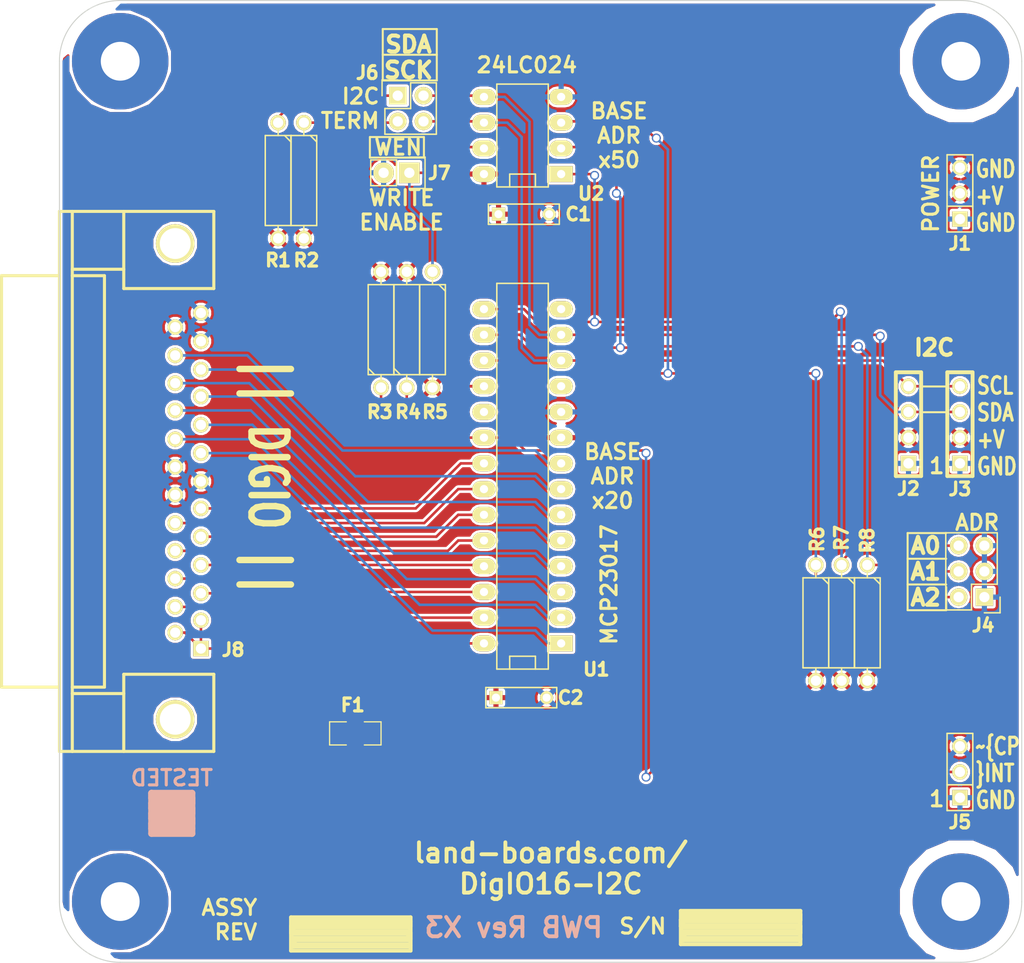
<source format=kicad_pcb>
(kicad_pcb (version 4) (host pcbnew "(after 2015-mar-04 BZR unknown)-product")
  (title_block (title "8-Channel Opto-Isolated Output I2C") (rev X1) (company land-boards.com))
  (layers (0 F.Cu signal) (31 B.Cu signal) (36 B.SilkS user) (37 F.SilkS user) (38 B.Mask user) (39 F.Mask user) (44 Edge.Cuts user))
  (net 0 "")
  (net 1 /A0)
  (net 2 /A1)
  (net 3 /A2)
  (net 4 /SCL)
  (net 5 /SDA)
  (net 6 /VCC)
  (net 7 GND)
  (net 8 /INT)
  (net 9 /RST)
  (net 10 /F5V)
  (net 11 "Net-(J6-Pad1)")
  (net 12 "Net-(J6-Pad3)")
  (net 13 "Net-(J7-Pad1)")
  (net 14 "Net-(J8-Pad3)")
  (net 15 "Net-(J8-Pad4)")
  (net 16 "Net-(J8-Pad5)")
  (net 17 "Net-(J8-Pad6)")
  (net 18 "Net-(J8-Pad8)")
  (net 19 "Net-(J8-Pad9)")
  (net 20 "Net-(J8-Pad10)")
  (net 21 "Net-(J8-Pad11)")
  (net 22 "Net-(J8-Pad15)")
  (net 23 "Net-(J8-Pad16)")
  (net 24 "Net-(J8-Pad17)")
  (net 25 "Net-(J8-Pad18)")
  (net 26 "Net-(J8-Pad21)")
  (net 27 "Net-(J8-Pad22)")
  (net 28 "Net-(J8-Pad23)")
  (net 29 "Net-(J8-Pad24)")
  (module REV_BLOCK (layer F.Cu) (at 157.691 156.44 180)
    (fp_text reference ST1 hide)
    (fp_text value CONN_1 hide)
  )
  (module MTG-6-32 (layer F.Cu) (at 96 71 180)
    (fp_text reference MTG4 hide)
    (fp_text value MTG_HOLE hide)
    (pad 1 thru_hole circle (at 0 0 180) (size 9.525 9.525) (drill 3.8354) (layers *.Cu *.Mask))
  )
  (module MTG-6-32 (layer F.Cu) (at 179 71 180)
    (fp_text reference MTG3 hide)
    (fp_text value MTG_HOLE hide)
    (pad 1 thru_hole circle (at 0 0 180) (size 9.525 9.525) (drill 3.8354) (layers *.Cu *.Mask) (clearance 1.27))
  )
  (module MTG-6-32 (layer F.Cu) (at 96 154 180)
    (fp_text reference MTG2 hide)
    (fp_text value MTG_HOLE hide)
    (pad 1 thru_hole circle (at 0 0 180) (size 9.525 9.525) (drill 3.8354) (layers *.Cu *.Mask))
  )
  (module MTG-6-32 (layer F.Cu) (at 179 154 180)
    (fp_text reference MTG1 hide)
    (fp_text value MTG_HOLE hide)
    (pad 1 thru_hole circle (at 0 0 180) (size 9.525 9.525) (drill 3.8354) (layers *.Cu *.Mask) (clearance 1.27))
  )
  (module FIDUCIAL (layer F.Cu) (at 103.335 68.81 180)
    (fp_text reference FID2 hide)
    (fp_text value ADAFRUIT_FIDUCIAL hide)
    (pad 1 smd circle (at 0 0 180) (size 1 1) (layers F.Cu F.Mask) (clearance 1))
  )
  (module FIDUCIAL (layer F.Cu) (at 170.01 156.44 180)
    (fp_text reference FID1 hide)
    (fp_text value ADAFRUIT_FIDUCIAL hide)
    (pad 1 smd circle (at -2.54 -1.27 180) (size 1 1) (layers F.Cu F.Mask) (clearance 1))
  )
  (module REV_BLOCK (layer F.Cu) (at 119.21 157.075 180)
    (fp_text reference ST2 hide)
    (fp_text value CONN_1 hide)
  )
  (module pin_array_4x1 (layer F.Cu) (at 178.9 110.72)
    (fp_text reference J3 (at 0 2.54) (layer F.SilkS) (effects (font (size 1.27 1.27) (thickness 0.3175))))
    (fp_text value CONN_4 hide)
    (pad 1 thru_hole rect (at 0 0) (size 1.524 1.524) (drill 1.016) (layers *.Cu *.Mask F.SilkS) (net 7 GND))
    (pad 2 thru_hole circle (at 0 -2.54) (size 1.524 1.524) (drill 1.016) (layers *.Cu *.Mask F.SilkS) (net 6 /VCC))
    (pad 3 thru_hole circle (at 0 -5.08) (size 1.524 1.524) (drill 1.016) (layers *.Cu *.Mask F.SilkS) (net 5 /SDA))
    (pad 4 thru_hole circle (at 0 -7.62) (size 1.524 1.524) (drill 1.016) (layers *.Cu *.Mask F.SilkS) (net 4 /SCL))
  )
  (module DB25FC (layer F.Cu) (at 102.7 112.5 90)
    (fp_text reference J8 (at -16.635 4.445 180) (layer F.SilkS) (effects (font (size 1.27 1.27) (thickness 0.3175))))
    (fp_text value DB25 hide)
    (pad "" thru_hole circle (at 23.495 -1.27 90) (size 3.81 3.81) (drill 3.048) (layers *.Cu *.Mask F.SilkS))
    (pad "" thru_hole circle (at -23.495 -1.27 90) (size 3.81 3.81) (drill 3.048) (layers *.Cu *.Mask F.SilkS))
    (pad 1 thru_hole rect (at -16.51 1.27 90) (size 1.524 1.524) (drill 1.016) (layers *.Cu *.Mask F.SilkS) (net 10 /F5V))
    (pad 2 thru_hole circle (at -13.716 1.27 90) (size 1.524 1.524) (drill 1.016) (layers *.Cu *.Mask F.SilkS) (net 10 /F5V))
    (pad 3 thru_hole circle (at -11.049 1.27 90) (size 1.524 1.524) (drill 1.016) (layers *.Cu *.Mask F.SilkS) (net 14 "Net-(J8-Pad3)"))
    (pad 4 thru_hole circle (at -8.255 1.27 90) (size 1.524 1.524) (drill 1.016) (layers *.Cu *.Mask F.SilkS) (net 15 "Net-(J8-Pad4)"))
    (pad 5 thru_hole circle (at -5.461 1.27 90) (size 1.524 1.524) (drill 1.016) (layers *.Cu *.Mask F.SilkS) (net 16 "Net-(J8-Pad5)"))
    (pad 6 thru_hole circle (at -2.667 1.27 90) (size 1.524 1.524) (drill 1.016) (layers *.Cu *.Mask F.SilkS) (net 17 "Net-(J8-Pad6)"))
    (pad 7 thru_hole circle (at 0 1.27 90) (size 1.524 1.524) (drill 1.016) (layers *.Cu *.Mask F.SilkS) (net 7 GND))
    (pad 8 thru_hole circle (at 2.794 1.27 90) (size 1.524 1.524) (drill 1.016) (layers *.Cu *.Mask F.SilkS) (net 18 "Net-(J8-Pad8)"))
    (pad 9 thru_hole circle (at 5.588 1.27 90) (size 1.524 1.524) (drill 1.016) (layers *.Cu *.Mask F.SilkS) (net 19 "Net-(J8-Pad9)"))
    (pad 10 thru_hole circle (at 8.382 1.27 90) (size 1.524 1.524) (drill 1.016) (layers *.Cu *.Mask F.SilkS) (net 20 "Net-(J8-Pad10)"))
    (pad 11 thru_hole circle (at 11.049 1.27 90) (size 1.524 1.524) (drill 1.016) (layers *.Cu *.Mask F.SilkS) (net 21 "Net-(J8-Pad11)"))
    (pad 12 thru_hole circle (at 13.843 1.27 90) (size 1.524 1.524) (drill 1.016) (layers *.Cu *.Mask F.SilkS) (net 7 GND))
    (pad 13 thru_hole circle (at 16.637 1.27 90) (size 1.524 1.524) (drill 1.016) (layers *.Cu *.Mask F.SilkS) (net 7 GND))
    (pad 14 thru_hole circle (at -14.9352 -1.27 90) (size 1.524 1.524) (drill 1.016) (layers *.Cu *.Mask F.SilkS) (net 10 /F5V))
    (pad 15 thru_hole circle (at -12.3952 -1.27 90) (size 1.524 1.524) (drill 1.016) (layers *.Cu *.Mask F.SilkS) (net 22 "Net-(J8-Pad15)"))
    (pad 16 thru_hole circle (at -9.6012 -1.27 90) (size 1.524 1.524) (drill 1.016) (layers *.Cu *.Mask F.SilkS) (net 23 "Net-(J8-Pad16)"))
    (pad 17 thru_hole circle (at -6.858 -1.27 90) (size 1.524 1.524) (drill 1.016) (layers *.Cu *.Mask F.SilkS) (net 24 "Net-(J8-Pad17)"))
    (pad 18 thru_hole circle (at -4.1148 -1.27 90) (size 1.524 1.524) (drill 1.016) (layers *.Cu *.Mask F.SilkS) (net 25 "Net-(J8-Pad18)"))
    (pad 19 thru_hole circle (at -1.3208 -1.27 90) (size 1.524 1.524) (drill 1.016) (layers *.Cu *.Mask F.SilkS) (net 7 GND))
    (pad 20 thru_hole circle (at 1.4224 -1.27 90) (size 1.524 1.524) (drill 1.016) (layers *.Cu *.Mask F.SilkS) (net 7 GND))
    (pad 21 thru_hole circle (at 4.1656 -1.27 90) (size 1.524 1.524) (drill 1.016) (layers *.Cu *.Mask F.SilkS) (net 26 "Net-(J8-Pad21)"))
    (pad 22 thru_hole circle (at 7.0104 -1.27 90) (size 1.524 1.524) (drill 1.016) (layers *.Cu *.Mask F.SilkS) (net 27 "Net-(J8-Pad22)"))
    (pad 23 thru_hole circle (at 9.7028 -1.27 90) (size 1.524 1.524) (drill 1.016) (layers *.Cu *.Mask F.SilkS) (net 28 "Net-(J8-Pad23)"))
    (pad 24 thru_hole circle (at 12.446 -1.27 90) (size 1.524 1.524) (drill 1.016) (layers *.Cu *.Mask F.SilkS) (net 29 "Net-(J8-Pad24)"))
    (pad 25 thru_hole circle (at 15.24 -1.27 90) (size 1.524 1.524) (drill 1.016) (layers *.Cu *.Mask F.SilkS) (net 7 GND))
  )
  (module pin_array_4x1 (layer F.Cu) (at 173.82 110.72)
    (fp_text reference J2 (at 0 2.49936) (layer F.SilkS) (effects (font (size 1.27 1.27) (thickness 0.3175))))
    (fp_text value CONN_4 hide)
    (pad 1 thru_hole rect (at 0 0) (size 1.524 1.524) (drill 1.016) (layers *.Cu *.Mask F.SilkS) (net 7 GND))
    (pad 2 thru_hole circle (at 0 -2.54) (size 1.524 1.524) (drill 1.016) (layers *.Cu *.Mask F.SilkS) (net 6 /VCC))
    (pad 3 thru_hole circle (at 0 -5.08) (size 1.524 1.524) (drill 1.016) (layers *.Cu *.Mask F.SilkS) (net 5 /SDA))
    (pad 4 thru_hole circle (at 0 -7.62) (size 1.524 1.524) (drill 1.016) (layers *.Cu *.Mask F.SilkS) (net 4 /SCL))
  )
  (module PIN_ARRAY_3X1 (layer F.Cu) (at 178.9 84.05 90)
    (fp_text reference J1 (at -4.953 0 180) (layer F.SilkS) (effects (font (size 1.27 1.27) (thickness 0.3175))))
    (fp_text value CONN_3 hide)
    (pad 1 thru_hole rect (at -2.54 0 90) (size 1.524 1.524) (drill 1.016) (layers *.Cu *.Mask F.SilkS) (net 7 GND))
    (pad 2 thru_hole circle (at 0 0 90) (size 1.524 1.524) (drill 1.016) (layers *.Cu *.Mask F.SilkS) (net 6 /VCC))
    (pad 3 thru_hole circle (at 2.54 0 90) (size 1.524 1.524) (drill 1.016) (layers *.Cu *.Mask F.SilkS) (net 7 GND))
  )
  (module PIN_ARRAY_3X1 (layer F.Cu) (at 178.9 141.2 90)
    (fp_text reference J5 (at -4.953 0 180) (layer F.SilkS) (effects (font (size 1.27 1.27) (thickness 0.3175))))
    (fp_text value CONN_3 hide)
    (pad 1 thru_hole rect (at -2.54 0 90) (size 1.524 1.524) (drill 1.016) (layers *.Cu *.Mask F.SilkS) (net 7 GND))
    (pad 2 thru_hole circle (at 0 0 90) (size 1.524 1.524) (drill 1.016) (layers *.Cu *.Mask F.SilkS) (net 8 /INT))
    (pad 3 thru_hole circle (at 2.54 0 90) (size 1.524 1.524) (drill 1.016) (layers *.Cu *.Mask F.SilkS) (net 7 GND))
  )
  (module SM1206 (layer F.Cu) (at 119.21 137.39 180)
    (fp_text reference F1 (at 0.254 2.794 180) (layer F.SilkS) (effects (font (size 1.27 1.27) (thickness 0.3175))))
    (fp_text value FUSE hide)
    (pad 1 smd rect (at -1.651 0 180) (size 1.524 2.032) (layers F.Cu F.Mask) (net 6 /VCC))
    (pad 2 smd rect (at 1.651 0 180) (size 1.524 2.032) (layers F.Cu F.Mask) (net 10 /F5V))
  )
  (module R4-5 (layer F.Cu) (at 111.59 82.78 270)
    (fp_text reference R1 (at 7.874 0 360) (layer F.SilkS) (effects (font (size 1.27 1.27) (thickness 0.3175))))
    (fp_text value 2.2K hide)
    (pad 1 thru_hole circle (at -5.715 0 270) (size 1.524 1.524) (drill 1.016) (layers *.Cu *.Mask F.SilkS) (net 11 "Net-(J6-Pad1)"))
    (pad 2 thru_hole circle (at 5.715 0 270) (size 1.524 1.524) (drill 1.016) (layers *.Cu *.Mask F.SilkS) (net 6 /VCC))
  )
  (module R4-5 (layer F.Cu) (at 114.13 82.78 270)
    (fp_text reference R2 (at 7.874 -0.254 360) (layer F.SilkS) (effects (font (size 1.27 1.27) (thickness 0.3175))))
    (fp_text value 2.2K hide)
    (pad 1 thru_hole circle (at -5.715 0 270) (size 1.524 1.524) (drill 1.016) (layers *.Cu *.Mask F.SilkS) (net 12 "Net-(J6-Pad3)"))
    (pad 2 thru_hole circle (at 5.715 0 270) (size 1.524 1.524) (drill 1.016) (layers *.Cu *.Mask F.SilkS) (net 6 /VCC))
  )
  (module Pin_Headers:Pin_Header_Straight_2x02 (layer F.Cu) (at 123.401 74.398)
    (fp_text reference J6 (at -3.005 -2.262) (layer F.SilkS) (effects (font (size 1.27 1.27) (thickness 0.3175))))
    (fp_text value CONN_02X02 hide)
    (pad 1 thru_hole rect (at 0 0) (size 1.7272 1.7272) (drill 1.016) (layers *.Cu *.Mask F.SilkS) (net 11 "Net-(J6-Pad1)"))
    (pad 2 thru_hole oval (at 2.54 0) (size 1.7272 1.7272) (drill 1.016) (layers *.Cu *.Mask F.SilkS) (net 5 /SDA))
    (pad 3 thru_hole oval (at 0 2.54) (size 1.7272 1.7272) (drill 1.016) (layers *.Cu *.Mask F.SilkS) (net 12 "Net-(J6-Pad3)"))
    (pad 4 thru_hole oval (at 2.54 2.54) (size 1.7272 1.7272) (drill 1.016) (layers *.Cu *.Mask F.SilkS) (net 4 /SCL))
  )
  (module Pin_Headers:Pin_Header_Straight_1x02 (layer F.Cu) (at 124.544 82.018 270)
    (fp_text reference J7 (at 0.024 -2.964 360) (layer F.SilkS) (effects (font (size 1.27 1.27) (thickness 0.3175))))
    (fp_text value CONN_01X02 hide)
    (pad 1 thru_hole rect (at 0 0 270) (size 2.032 2.032) (drill 1.016) (layers *.Cu *.Mask F.SilkS) (net 13 "Net-(J7-Pad1)"))
    (pad 2 thru_hole oval (at 0 2.54 270) (size 2.032 2.032) (drill 1.016) (layers *.Cu *.Mask F.SilkS) (net 7 GND))
  )
  (module R4-5 (layer F.Cu) (at 126.83 97.512 270)
    (fp_text reference R5 (at 8.128 -0.254 360) (layer F.SilkS) (effects (font (size 1.27 1.27) (thickness 0.3175))))
    (fp_text value 1K hide)
    (pad 1 thru_hole circle (at -5.715 0 270) (size 1.524 1.524) (drill 1.016) (layers *.Cu *.Mask F.SilkS) (net 13 "Net-(J7-Pad1)"))
    (pad 2 thru_hole circle (at 5.715 0 270) (size 1.524 1.524) (drill 1.016) (layers *.Cu *.Mask F.SilkS) (net 6 /VCC))
  )
  (module R4-5 (layer F.Cu) (at 124.29 97.512 90)
    (fp_text reference R4 (at -8.128 0.127 180) (layer F.SilkS) (effects (font (size 1.27 1.27) (thickness 0.3175))))
    (fp_text value 10K hide)
    (pad 1 thru_hole circle (at -5.715 0 90) (size 1.524 1.524) (drill 1.016) (layers *.Cu *.Mask F.SilkS) (net 9 /RST))
    (pad 2 thru_hole circle (at 5.715 0 90) (size 1.524 1.524) (drill 1.016) (layers *.Cu *.Mask F.SilkS) (net 6 /VCC))
  )
  (module R4-5 (layer F.Cu) (at 164.676 126.468 270)
    (fp_text reference R6 (at -8.255 -0.127 270) (layer F.SilkS) (effects (font (size 1.27 1.27) (thickness 0.3175))))
    (fp_text value 10K hide)
    (pad 1 thru_hole circle (at -5.715 0 270) (size 1.524 1.524) (drill 1.016) (layers *.Cu *.Mask F.SilkS) (net 3 /A2))
    (pad 2 thru_hole circle (at 5.715 0 270) (size 1.524 1.524) (drill 1.016) (layers *.Cu *.Mask F.SilkS) (net 6 /VCC))
  )
  (module R4-5 (layer F.Cu) (at 169.756 126.468 270)
    (fp_text reference R8 (at -8.128 0 270) (layer F.SilkS) (effects (font (size 1.27 1.27) (thickness 0.3175))))
    (fp_text value 10K hide)
    (pad 1 thru_hole circle (at -5.715 0 270) (size 1.524 1.524) (drill 1.016) (layers *.Cu *.Mask F.SilkS) (net 2 /A1))
    (pad 2 thru_hole circle (at 5.715 0 270) (size 1.524 1.524) (drill 1.016) (layers *.Cu *.Mask F.SilkS) (net 6 /VCC))
  )
  (module R4-5 (layer F.Cu) (at 167.216 126.468 270)
    (fp_text reference R7 (at -8.382 0 270) (layer F.SilkS) (effects (font (size 1.27 1.27) (thickness 0.3175))))
    (fp_text value 10K hide)
    (pad 1 thru_hole circle (at -5.715 0 270) (size 1.524 1.524) (drill 1.016) (layers *.Cu *.Mask F.SilkS) (net 1 /A0))
    (pad 2 thru_hole circle (at 5.715 0 270) (size 1.524 1.524) (drill 1.016) (layers *.Cu *.Mask F.SilkS) (net 6 /VCC))
  )
  (module R4-5 (layer F.Cu) (at 121.75 97.512 90)
    (fp_text reference R3 (at -8.128 -0.127 180) (layer F.SilkS) (effects (font (size 1.27 1.27) (thickness 0.3175))))
    (fp_text value 10K hide)
    (pad 1 thru_hole circle (at -5.715 0 90) (size 1.524 1.524) (drill 1.016) (layers *.Cu *.Mask F.SilkS) (net 8 /INT))
    (pad 2 thru_hole circle (at 5.715 0 90) (size 1.524 1.524) (drill 1.016) (layers *.Cu *.Mask F.SilkS) (net 6 /VCC))
  )
  (module Pin_Headers:Pin_Header_Straight_2x03 (layer F.Cu) (at 181.313 123.928 180)
    (fp_text reference J4 (at 0.127 -2.794 180) (layer F.SilkS) (effects (font (size 1.27 1.27) (thickness 0.3175))))
    (fp_text value CONN_3X2 hide)
    (pad 1 thru_hole rect (at 0 0 180) (size 1.7272 1.7272) (drill 1.016) (layers *.Cu *.Mask F.SilkS) (net 7 GND))
    (pad 2 thru_hole oval (at 2.54 0 180) (size 1.7272 1.7272) (drill 1.016) (layers *.Cu *.Mask F.SilkS) (net 3 /A2))
    (pad 3 thru_hole oval (at 0 2.54 180) (size 1.7272 1.7272) (drill 1.016) (layers *.Cu *.Mask F.SilkS) (net 7 GND))
    (pad 4 thru_hole oval (at 2.54 2.54 180) (size 1.7272 1.7272) (drill 1.016) (layers *.Cu *.Mask F.SilkS) (net 2 /A1))
    (pad 5 thru_hole oval (at 0 5.08 180) (size 1.7272 1.7272) (drill 1.016) (layers *.Cu *.Mask F.SilkS) (net 7 GND))
    (pad 6 thru_hole oval (at 2.54 5.08 180) (size 1.7272 1.7272) (drill 1.016) (layers *.Cu *.Mask F.SilkS) (net 1 /A0))
  )
  (module Housings_DIP:DIP-28__300_ELL (layer F.Cu) (at 135.72 111.99 90)
    (fp_text reference U1 (at -19.074 7.282 180) (layer F.SilkS) (effects (font (size 1.27 1.27) (thickness 0.3175))))
    (fp_text value MCP23017P hide)
    (pad 2 thru_hole oval (at -13.97 3.81 90) (size 1.5748 2.286) (drill 0.8128) (layers *.Cu *.Mask F.SilkS) (net 26 "Net-(J8-Pad21)"))
    (pad 3 thru_hole oval (at -11.43 3.81 90) (size 1.5748 2.286) (drill 0.8128) (layers *.Cu *.Mask F.SilkS) (net 19 "Net-(J8-Pad9)"))
    (pad 4 thru_hole oval (at -8.89 3.81 90) (size 1.5748 2.286) (drill 0.8128) (layers *.Cu *.Mask F.SilkS) (net 27 "Net-(J8-Pad22)"))
    (pad 5 thru_hole oval (at -6.35 3.81 90) (size 1.5748 2.286) (drill 0.8128) (layers *.Cu *.Mask F.SilkS) (net 20 "Net-(J8-Pad10)"))
    (pad 6 thru_hole oval (at -3.81 3.81 90) (size 1.5748 2.286) (drill 0.8128) (layers *.Cu *.Mask F.SilkS) (net 28 "Net-(J8-Pad23)"))
    (pad 7 thru_hole oval (at -1.27 3.81 90) (size 1.5748 2.286) (drill 0.8128) (layers *.Cu *.Mask F.SilkS) (net 21 "Net-(J8-Pad11)"))
    (pad 8 thru_hole oval (at 1.27 3.81 90) (size 1.5748 2.286) (drill 0.8128) (layers *.Cu *.Mask F.SilkS) (net 29 "Net-(J8-Pad24)"))
    (pad 9 thru_hole oval (at 3.81 3.81 90) (size 1.5748 2.286) (drill 0.8128) (layers *.Cu *.Mask F.SilkS) (net 6 /VCC))
    (pad 10 thru_hole oval (at 6.35 3.81 90) (size 1.5748 2.286) (drill 0.8128) (layers *.Cu *.Mask F.SilkS) (net 7 GND))
    (pad 11 thru_hole oval (at 8.89 3.81 90) (size 1.5748 2.286) (drill 0.8128) (layers *.Cu *.Mask F.SilkS))
    (pad 12 thru_hole oval (at 11.43 3.81 90) (size 1.5748 2.286) (drill 0.8128) (layers *.Cu *.Mask F.SilkS) (net 4 /SCL))
    (pad 13 thru_hole oval (at 13.97 3.81 90) (size 1.5748 2.286) (drill 0.8128) (layers *.Cu *.Mask F.SilkS) (net 5 /SDA))
    (pad 14 thru_hole oval (at 16.51 3.81 90) (size 1.5748 2.286) (drill 0.8128) (layers *.Cu *.Mask F.SilkS))
    (pad 1 thru_hole rect (at -16.51 3.81 90) (size 1.5748 2.286) (drill 0.8128) (layers *.Cu *.Mask F.SilkS) (net 18 "Net-(J8-Pad8)"))
    (pad 15 thru_hole oval (at 16.51 -3.81 90) (size 1.5748 2.286) (drill 0.8128) (layers *.Cu *.Mask F.SilkS) (net 1 /A0))
    (pad 16 thru_hole oval (at 13.97 -3.81 90) (size 1.5748 2.286) (drill 0.8128) (layers *.Cu *.Mask F.SilkS) (net 2 /A1))
    (pad 17 thru_hole oval (at 11.43 -3.81 90) (size 1.5748 2.286) (drill 0.8128) (layers *.Cu *.Mask F.SilkS) (net 3 /A2))
    (pad 18 thru_hole oval (at 8.89 -3.81 90) (size 1.5748 2.286) (drill 0.8128) (layers *.Cu *.Mask F.SilkS) (net 9 /RST))
    (pad 19 thru_hole oval (at 6.35 -3.81 90) (size 1.5748 2.286) (drill 0.8128) (layers *.Cu *.Mask F.SilkS))
    (pad 20 thru_hole oval (at 3.81 -3.81 90) (size 1.5748 2.286) (drill 0.8128) (layers *.Cu *.Mask F.SilkS) (net 8 /INT))
    (pad 21 thru_hole oval (at 1.27 -3.81 90) (size 1.5748 2.286) (drill 0.8128) (layers *.Cu *.Mask F.SilkS) (net 17 "Net-(J8-Pad6)"))
    (pad 22 thru_hole oval (at -1.27 -3.81 90) (size 1.5748 2.286) (drill 0.8128) (layers *.Cu *.Mask F.SilkS) (net 25 "Net-(J8-Pad18)"))
    (pad 23 thru_hole oval (at -3.81 -3.81 90) (size 1.5748 2.286) (drill 0.8128) (layers *.Cu *.Mask F.SilkS) (net 16 "Net-(J8-Pad5)"))
    (pad 24 thru_hole oval (at -6.35 -3.81 90) (size 1.5748 2.286) (drill 0.8128) (layers *.Cu *.Mask F.SilkS) (net 24 "Net-(J8-Pad17)"))
    (pad 25 thru_hole oval (at -8.89 -3.81 90) (size 1.5748 2.286) (drill 0.8128) (layers *.Cu *.Mask F.SilkS) (net 15 "Net-(J8-Pad4)"))
    (pad 26 thru_hole oval (at -11.43 -3.81 90) (size 1.5748 2.286) (drill 0.8128) (layers *.Cu *.Mask F.SilkS) (net 23 "Net-(J8-Pad16)"))
    (pad 27 thru_hole oval (at -13.97 -3.81 90) (size 1.5748 2.286) (drill 0.8128) (layers *.Cu *.Mask F.SilkS) (net 14 "Net-(J8-Pad3)"))
    (pad 28 thru_hole oval (at -16.51 -3.81 90) (size 1.5748 2.286) (drill 0.8128) (layers *.Cu *.Mask F.SilkS) (net 22 "Net-(J8-Pad15)"))
  )
  (module Housings_DIP:DIP-8__300_ELL (layer F.Cu) (at 135.72 78.335 90)
    (fp_text reference U2 (at -5.739 6.774 180) (layer F.SilkS) (effects (font (size 1.27 1.27) (thickness 0.3175))))
    (fp_text value 24C01 hide)
    (pad 1 thru_hole rect (at -3.81 3.81 90) (size 1.5748 2.286) (drill 0.8128) (layers *.Cu *.Mask F.SilkS) (net 1 /A0))
    (pad 2 thru_hole oval (at -1.27 3.81 90) (size 1.5748 2.286) (drill 0.8128) (layers *.Cu *.Mask F.SilkS) (net 2 /A1))
    (pad 3 thru_hole oval (at 1.27 3.81 90) (size 1.5748 2.286) (drill 0.8128) (layers *.Cu *.Mask F.SilkS) (net 3 /A2))
    (pad 4 thru_hole oval (at 3.81 3.81 90) (size 1.5748 2.286) (drill 0.8128) (layers *.Cu *.Mask F.SilkS) (net 7 GND))
    (pad 5 thru_hole oval (at 3.81 -3.81 90) (size 1.5748 2.286) (drill 0.8128) (layers *.Cu *.Mask F.SilkS) (net 5 /SDA))
    (pad 6 thru_hole oval (at 1.27 -3.81 90) (size 1.5748 2.286) (drill 0.8128) (layers *.Cu *.Mask F.SilkS) (net 4 /SCL))
    (pad 7 thru_hole oval (at -1.27 -3.81 90) (size 1.5748 2.286) (drill 0.8128) (layers *.Cu *.Mask F.SilkS) (net 13 "Net-(J7-Pad1)"))
    (pad 8 thru_hole oval (at -3.81 -3.81 90) (size 1.5748 2.286) (drill 0.8128) (layers *.Cu *.Mask F.SilkS) (net 6 /VCC))
  )
  (module Capacitors_ThroughHole:C_Rect_L7_W2_P5 (layer F.Cu) (at 133.35 86.106)
    (fp_text reference C1 (at 7.874 0) (layer F.SilkS) (effects (font (size 1.27 1.27) (thickness 0.3175))))
    (fp_text value 0.1uF hide)
    (pad 1 thru_hole rect (at 0 0) (size 1.3 1.3) (drill 0.8) (layers *.Cu *.Mask F.SilkS) (net 6 /VCC))
    (pad 2 thru_hole circle (at 5 0) (size 1.3 1.3) (drill 0.8) (layers *.Cu *.Mask F.SilkS) (net 7 GND))
  )
  (module Capacitors_ThroughHole:C_Rect_L7_W2_P5 (layer F.Cu) (at 133.096 133.858)
    (fp_text reference C2 (at 7.366 0) (layer F.SilkS) (effects (font (size 1.27 1.27) (thickness 0.3175))))
    (fp_text value 0.1uF hide)
    (pad 1 thru_hole rect (at 0 0) (size 1.3 1.3) (drill 0.8) (layers *.Cu *.Mask F.SilkS) (net 6 /VCC))
    (pad 2 thru_hole circle (at 5 0) (size 1.3 1.3) (drill 0.8) (layers *.Cu *.Mask F.SilkS) (net 7 GND))
  )
  (module modules:TEST_BLK-REAR (layer F.Cu) (at 101.092 145.288)
    (fp_text reference TESTED (at 0 -3.5) (layer B.SilkS) (effects (font (thickness 0.3048)) (justify mirror)))
    (fp_text value VAL** hide)
  )
  (gr_line (start 125.984 80.518) (end 125.984 80.264) (angle 90) (layer F.SilkS) (width 0.2))
  (gr_line (start 120.65 80.518) (end 125.984 80.518) (angle 90) (layer F.SilkS) (width 0.2))
  (gr_line (start 120.65 78.486) (end 120.65 80.518) (angle 90) (layer F.SilkS) (width 0.2))
  (gr_line (start 125.984 78.486) (end 120.65 78.486) (angle 90) (layer F.SilkS) (width 0.2))
  (gr_line (start 125.984 78.74) (end 125.984 78.486) (angle 90) (layer F.SilkS) (width 0.2))
  (gr_line (start 125.984 80.264) (end 125.984 78.74) (angle 90) (layer F.SilkS) (width 0.2))
  (gr_text WEN (at 123.444 79.502) (layer F.SilkS) (effects (font (size 1.5 1.5) (thickness 0.3))))
  (gr_line (start 127.254 70.358) (end 121.92 70.358) (angle 90) (layer F.SilkS) (width 0.2))
  (gr_line (start 121.92 67.818) (end 121.92 72.898) (angle 90) (layer F.SilkS) (width 0.2))
  (gr_line (start 127.254 67.818) (end 121.92 67.818) (angle 90) (layer F.SilkS) (width 0.2))
  (gr_line (start 127.254 72.898) (end 127.254 67.818) (angle 90) (layer F.SilkS) (width 0.2))
  (gr_line (start 121.92 72.898) (end 127.254 72.898) (angle 90) (layer F.SilkS) (width 0.2))
  (gr_line (start 175.006 103.124) (end 177.546 103.124) (angle 90) (layer F.SilkS) (width 0.2))
  (gr_line (start 175.006 105.664) (end 177.546 105.664) (angle 90) (layer F.SilkS) (width 0.2))
  (gr_line (start 173.736 120.142) (end 177.546 120.142) (angle 90) (layer F.SilkS) (width 0.2))
  (gr_line (start 173.736 122.682) (end 177.546 122.682) (angle 90) (layer F.SilkS) (width 0.2))
  (gr_line (start 177.546 125.222) (end 177.546 122.936) (angle 90) (layer F.SilkS) (width 0.2))
  (gr_line (start 173.736 125.222) (end 177.546 125.222) (angle 90) (layer F.SilkS) (width 0.2))
  (gr_line (start 173.736 117.602) (end 173.736 125.222) (angle 90) (layer F.SilkS) (width 0.2))
  (gr_line (start 177.546 117.602) (end 173.736 117.602) (angle 90) (layer F.SilkS) (width 0.2))
  (gr_text POWER (at 176.022 84.074 90) (layer F.SilkS) (effects (font (size 1.5 1.5) (thickness 0.3))))
  (gr_text "WRITE\nENABLE" (at 123.782 85.701) (layer F.SilkS) (effects (font (size 1.5 1.5) (thickness 0.3))))
  (gr_text 24LC024 (at 136.144 71.374) (layer F.SilkS) (effects (font (size 1.5 1.5) (thickness 0.3))))
  (gr_text MCP23017 (at 144.272 122.682 90) (layer F.SilkS) (effects (font (size 1.5 1.5) (thickness 0.3))))
  (gr_text "SDA\nSCK" (at 124.46 70.612) (layer F.SilkS) (effects (font (size 1.5875 1.5875) (thickness 0.396875))))
  (gr_text "I2C\nTERM" (at 121.75 75.668) (layer F.SilkS) (effects (font (size 1.5 1.5) (thickness 0.3)) (justify right)))
  (gr_text "PWB Rev X3" (at 143.848 156.567) (layer B.SilkS) (effects (font (size 1.905 1.905) (thickness 0.381)) (justify left mirror)))
  (gr_text "BASE\nADR\nx20" (at 144.61 111.99) (layer F.SilkS) (effects (font (size 1.5 1.5) (thickness 0.3))))
  (gr_text ADR (at 178.265 116.562) (layer F.SilkS) (effects (font (size 1.5 1.5) (thickness 0.3)) (justify left)))
  (gr_text 1 (at 176.614 143.867) (layer F.SilkS) (effects (font (size 1.5 1.5) (thickness 0.3))))
  (gr_text 1 (at 176.614 110.974) (layer F.SilkS) (effects (font (size 1.5 1.5) (thickness 0.3))))
  (gr_text "GND\n+V\nGND" (at 180.297 84.304) (layer F.SilkS) (effects (font (size 1.651 1.27) (thickness 0.3)) (justify left)))
  (gr_text "~CP\n~INT\nGND" (at 180.297 141.327) (layer F.SilkS) (effects (font (size 1.651 1.27) (thickness 0.3)) (justify left)))
  (gr_line (start 90 154) (end 90 71) (angle 90) (layer Edge.Cuts) (width 0.1))
  (gr_line (start 179 160) (end 96 160) (angle 90) (layer Edge.Cuts) (width 0.1))
  (gr_line (start 185 71) (end 185 154) (angle 90) (layer Edge.Cuts) (width 0.1))
  (gr_line (start 96 65) (end 179 65) (angle 90) (layer Edge.Cuts) (width 0.1))
  (gr_arc (start 96 154) (end 96 160) (angle 90) (layer Edge.Cuts) (width 0.1))
  (gr_arc (start 179 154) (end 185 154) (angle 90) (layer Edge.Cuts) (width 0.1))
  (gr_arc (start 179 71) (end 179 65) (angle 90) (layer Edge.Cuts) (width 0.1))
  (gr_arc (start 96 71) (end 90 71) (angle 90) (layer Edge.Cuts) (width 0.1))
  (gr_text "BASE\nADR\nx50" (at 145.245 78.335) (layer F.SilkS) (effects (font (size 1.5 1.5) (thickness 0.3))))
  (gr_text "land-boards.com/\nDigIO16-I2C" (at 138.514 150.725) (layer F.SilkS) (effects (font (size 1.905 1.905) (thickness 0.381))))
  (gr_text S/N (at 150.071 156.44) (layer F.SilkS) (effects (font (size 1.5 1.5) (thickness 0.3)) (justify right)))
  (gr_text I2C (at 176.36 99.29) (layer F.SilkS) (effects (font (size 1.5875 1.5875) (thickness 0.396875))))
  (gr_text "SCL\nSDA\n+V\nGND" (at 180.424 107.037) (layer F.SilkS) (effects (font (size 1.651 1.27) (thickness 0.3)) (justify left)))
  (gr_text "A0\nA1\nA2" (at 175.514 121.412) (layer F.SilkS) (effects (font (size 1.5875 1.5875) (thickness 0.396875))))
  (gr_text "|| DIGIO ||" (at 110.574 124.309 270) (layer F.SilkS) (effects (font (size 3.556 2.54) (thickness 0.635)) (justify right)))
  (gr_text "ASSY\nREV" (at 109.685 155.805) (layer F.SilkS) (effects (font (size 1.5 1.5) (thickness 0.3)) (justify right)))
  (segment (start 139.53 82.145) (end 142.705 82.145) (width 0.254) (layer F.Cu) (net 1))
  (via (at 142.832 96.75) (size 0.889) (layers F.Cu B.Cu) (net 1))
  (segment (start 142.832 82.272) (end 142.832 96.75) (width 0.254) (layer B.Cu) (net 1))
  (via (at 142.832 82.272) (size 0.889) (layers F.Cu B.Cu) (net 1))
  (segment (start 142.705 82.145) (end 142.832 82.272) (width 0.254) (layer F.Cu) (net 1))
  (segment (start 131.91 95.48) (end 135.847 95.48) (width 0.254) (layer F.Cu) (net 1))
  (segment (start 135.847 95.48) (end 136.482 96.115) (width 0.254) (layer F.Cu) (net 1))
  (segment (start 137.117 96.75) (end 136.482 96.115) (width 0.254) (layer F.Cu) (net 1))
  (segment (start 136.482 96.115) (end 135.847 95.48) (width 0.254) (layer F.Cu) (net 1))
  (segment (start 141.689 96.75) (end 137.117 96.75) (width 0.254) (layer F.Cu) (net 1))
  (segment (start 167.216 120.753) (end 167.216 95.861) (width 0.254) (layer B.Cu) (net 1))
  (segment (start 167.216 95.861) (end 167.089 95.734) (width 0.254) (layer B.Cu) (net 1))
  (via (at 167.089 95.734) (size 0.889) (layers F.Cu B.Cu) (net 1))
  (segment (start 167.089 95.734) (end 166.073 96.75) (width 0.254) (layer F.Cu) (net 1))
  (segment (start 166.073 96.75) (end 142.832 96.75) (width 0.254) (layer F.Cu) (net 1))
  (segment (start 142.832 96.75) (end 141.689 96.75) (width 0.254) (layer F.Cu) (net 1))
  (segment (start 167.216 120.753) (end 167.216 120.372) (width 0.254) (layer F.Cu) (net 1))
  (segment (start 167.216 120.372) (end 168.74 118.848) (width 0.254) (layer F.Cu) (net 1))
  (segment (start 168.74 118.848) (end 178.773 118.848) (width 0.254) (layer F.Cu) (net 1))
  (segment (start 169.756 120.753) (end 173.947 120.753) (width 0.254) (layer F.Cu) (net 2))
  (segment (start 174.582 121.388) (end 178.773 121.388) (width 0.254) (layer F.Cu) (net 2))
  (segment (start 173.947 120.753) (end 174.582 121.388) (width 0.254) (layer F.Cu) (net 2))
  (segment (start 139.784 79.478) (end 142.832 79.478) (width 0.254) (layer F.Cu) (net 2))
  (via (at 145.372 99.29) (size 0.889) (layers F.Cu B.Cu) (net 2))
  (segment (start 145.372 84.431) (end 145.372 99.29) (width 0.254) (layer B.Cu) (net 2))
  (segment (start 144.991 84.05) (end 145.372 84.431) (width 0.254) (layer B.Cu) (net 2))
  (via (at 144.991 84.05) (size 0.889) (layers F.Cu B.Cu) (net 2))
  (segment (start 144.991 81.637) (end 144.991 84.05) (width 0.254) (layer F.Cu) (net 2))
  (segment (start 142.832 79.478) (end 144.991 81.637) (width 0.254) (layer F.Cu) (net 2))
  (segment (start 169.756 120.753) (end 169.756 100.052) (width 0.254) (layer B.Cu) (net 2))
  (segment (start 135.466 98.02) (end 131.91 98.02) (width 0.254) (layer F.Cu) (net 2))
  (segment (start 136.736 99.29) (end 135.466 98.02) (width 0.254) (layer F.Cu) (net 2))
  (segment (start 147.277 99.29) (end 145.372 99.29) (width 0.254) (layer F.Cu) (net 2))
  (segment (start 145.372 99.29) (end 136.736 99.29) (width 0.254) (layer F.Cu) (net 2))
  (segment (start 147.404 99.163) (end 147.277 99.29) (width 0.254) (layer F.Cu) (net 2))
  (segment (start 168.867 99.163) (end 147.404 99.163) (width 0.254) (layer F.Cu) (net 2))
  (via (at 168.867 99.163) (size 0.889) (layers F.Cu B.Cu) (net 2))
  (segment (start 169.756 100.052) (end 168.867 99.163) (width 0.254) (layer B.Cu) (net 2))
  (segment (start 139.784 76.938) (end 147.15 76.938) (width 0.254) (layer F.Cu) (net 3))
  (via (at 150.071 101.83) (size 0.889) (layers F.Cu B.Cu) (net 3))
  (segment (start 150.071 79.732) (end 150.071 101.83) (width 0.254) (layer B.Cu) (net 3))
  (segment (start 148.928 78.589) (end 150.071 79.732) (width 0.254) (layer B.Cu) (net 3))
  (via (at 148.928 78.589) (size 0.889) (layers F.Cu B.Cu) (net 3))
  (segment (start 148.801 78.589) (end 148.928 78.589) (width 0.254) (layer F.Cu) (net 3))
  (segment (start 147.15 76.938) (end 148.801 78.589) (width 0.254) (layer F.Cu) (net 3))
  (segment (start 131.91 100.56) (end 135.085 100.56) (width 0.254) (layer F.Cu) (net 3))
  (via (at 164.676 101.83) (size 0.889) (layers F.Cu B.Cu) (net 3))
  (segment (start 136.355 101.83) (end 150.071 101.83) (width 0.254) (layer F.Cu) (net 3))
  (segment (start 150.071 101.83) (end 164.676 101.83) (width 0.254) (layer F.Cu) (net 3))
  (segment (start 135.085 100.56) (end 136.355 101.83) (width 0.254) (layer F.Cu) (net 3))
  (segment (start 164.676 120.753) (end 164.676 101.83) (width 0.254) (layer B.Cu) (net 3))
  (segment (start 178.773 123.928) (end 165.565 123.928) (width 0.254) (layer F.Cu) (net 3))
  (segment (start 164.676 123.039) (end 164.676 120.753) (width 0.254) (layer F.Cu) (net 3))
  (segment (start 165.565 123.928) (end 164.676 123.039) (width 0.254) (layer F.Cu) (net 3))
  (segment (start 131.91 77.065) (end 134.215 77.065) (width 0.254) (layer B.Cu) (net 4))
  (segment (start 136.882 100.56) (end 139.53 100.56) (width 0.254) (layer B.Cu) (net 4))
  (segment (start 135.636 99.314) (end 136.882 100.56) (width 0.254) (layer B.Cu) (net 4))
  (segment (start 135.636 78.486) (end 135.636 99.314) (width 0.254) (layer B.Cu) (net 4))
  (segment (start 134.215 77.065) (end 135.636 78.486) (width 0.254) (layer B.Cu) (net 4))
  (segment (start 132.164 76.938) (end 125.941 76.938) (width 0.254) (layer F.Cu) (net 4))
  (segment (start 139.53 100.56) (end 171.28 100.56) (width 0.254) (layer F.Cu) (net 4))
  (segment (start 171.28 100.56) (end 173.82 103.1) (width 0.254) (layer F.Cu) (net 4))
  (segment (start 173.82 103.1) (end 178.9 103.1) (width 0.254) (layer F.Cu) (net 4))
  (segment (start 131.91 74.525) (end 133.961 74.525) (width 0.254) (layer B.Cu) (net 5))
  (segment (start 137.39 98.02) (end 139.53 98.02) (width 0.254) (layer B.Cu) (net 5))
  (segment (start 136.398 97.028) (end 137.39 98.02) (width 0.254) (layer B.Cu) (net 5))
  (segment (start 136.398 76.962) (end 136.398 97.028) (width 0.254) (layer B.Cu) (net 5))
  (segment (start 133.961 74.525) (end 136.398 76.962) (width 0.254) (layer B.Cu) (net 5))
  (segment (start 139.53 98.02) (end 138.768 98.02) (width 0.254) (layer B.Cu) (net 5))
  (segment (start 125.941 74.398) (end 132.164 74.398) (width 0.254) (layer F.Cu) (net 5))
  (segment (start 173.82 105.64) (end 172.677 105.64) (width 0.254) (layer B.Cu) (net 5))
  (segment (start 170.899 98.02) (end 139.53 98.02) (width 0.254) (layer F.Cu) (net 5))
  (segment (start 171.026 98.147) (end 170.899 98.02) (width 0.254) (layer F.Cu) (net 5))
  (via (at 171.026 98.147) (size 0.889) (layers F.Cu B.Cu) (net 5))
  (segment (start 171.026 103.989) (end 171.026 98.147) (width 0.254) (layer B.Cu) (net 5))
  (segment (start 172.677 105.64) (end 171.026 103.989) (width 0.254) (layer B.Cu) (net 5))
  (segment (start 173.82 105.64) (end 178.9 105.64) (width 0.254) (layer F.Cu) (net 5))
  (segment (start 178.9 110.72) (end 173.82 110.72) (width 0.254) (layer F.Cu) (net 7))
  (segment (start 103.97 98.657) (end 104.603 98.657) (width 0.254) (layer F.Cu) (net 7))
  (segment (start 121.75 103.227) (end 121.75 105.513) (width 0.254) (layer F.Cu) (net 8))
  (segment (start 124.417 108.18) (end 131.91 108.18) (width 0.254) (layer F.Cu) (net 8))
  (segment (start 121.75 105.513) (end 124.417 108.18) (width 0.254) (layer F.Cu) (net 8))
  (segment (start 178.9 141.2) (end 148.42 141.2) (width 0.254) (layer F.Cu) (net 8))
  (segment (start 134.704 108.18) (end 131.91 108.18) (width 0.254) (layer F.Cu) (net 8))
  (segment (start 135.974 109.45) (end 134.704 108.18) (width 0.254) (layer F.Cu) (net 8))
  (segment (start 147.658 109.45) (end 135.974 109.45) (width 0.254) (layer F.Cu) (net 8))
  (segment (start 147.912 109.704) (end 147.658 109.45) (width 0.254) (layer F.Cu) (net 8))
  (via (at 147.912 109.704) (size 0.889) (layers F.Cu B.Cu) (net 8))
  (segment (start 147.912 141.708) (end 147.912 109.704) (width 0.254) (layer B.Cu) (net 8))
  (via (at 147.912 141.708) (size 0.889) (layers F.Cu B.Cu) (net 8))
  (segment (start 148.42 141.2) (end 147.912 141.708) (width 0.254) (layer F.Cu) (net 8))
  (segment (start 124.29 103.227) (end 124.29 104.497) (width 0.254) (layer F.Cu) (net 9))
  (segment (start 125.179 105.386) (end 128.481 105.386) (width 0.254) (layer F.Cu) (net 9))
  (segment (start 124.29 104.497) (end 125.179 105.386) (width 0.254) (layer F.Cu) (net 9))
  (segment (start 129.37 103.862) (end 130.132 103.1) (width 0.254) (layer F.Cu) (net 9))
  (segment (start 129.37 104.497) (end 129.37 103.862) (width 0.254) (layer F.Cu) (net 9))
  (segment (start 128.481 105.386) (end 129.37 104.497) (width 0.254) (layer F.Cu) (net 9))
  (segment (start 130.132 103.1) (end 131.91 103.1) (width 0.254) (layer F.Cu) (net 9))
  (segment (start 131.91 103.1) (end 130.132 103.1) (width 0.254) (layer F.Cu) (net 9))
  (segment (start 103.97 126.216) (end 103.97 129.01) (width 0.254) (layer F.Cu) (net 10))
  (segment (start 101.43 127.4352) (end 102.3952 127.4352) (width 0.254) (layer F.Cu) (net 10))
  (segment (start 102.3952 127.4352) (end 103.97 129.01) (width 0.254) (layer F.Cu) (net 10))
  (segment (start 117.559 137.39) (end 114.13 137.39) (width 0.254) (layer F.Cu) (net 10))
  (segment (start 105.75 129.01) (end 103.97 129.01) (width 0.254) (layer F.Cu) (net 10))
  (segment (start 114.13 137.39) (end 105.75 129.01) (width 0.254) (layer F.Cu) (net 10))
  (segment (start 123.401 74.398) (end 113.749 74.398) (width 0.254) (layer F.Cu) (net 11))
  (segment (start 113.749 74.398) (end 111.59 76.557) (width 0.254) (layer F.Cu) (net 11))
  (segment (start 111.59 76.557) (end 111.59 77.065) (width 0.254) (layer F.Cu) (net 11))
  (segment (start 111.463 76.557) (end 111.463 77.065) (width 0.254) (layer F.Cu) (net 11))
  (segment (start 114.13 77.065) (end 123.274 77.065) (width 0.254) (layer F.Cu) (net 12))
  (segment (start 123.274 77.065) (end 123.401 76.938) (width 0.254) (layer F.Cu) (net 12))
  (segment (start 126.83 91.797) (end 126.83 87.733) (width 0.254) (layer B.Cu) (net 13))
  (segment (start 124.544 85.447) (end 124.544 82.018) (width 0.254) (layer B.Cu) (net 13))
  (segment (start 126.83 87.733) (end 124.544 85.447) (width 0.254) (layer B.Cu) (net 13))
  (segment (start 124.544 82.018) (end 126.449 82.018) (width 0.254) (layer F.Cu) (net 13))
  (segment (start 128.989 79.478) (end 132.164 79.478) (width 0.254) (layer F.Cu) (net 13))
  (segment (start 126.449 82.018) (end 128.989 79.478) (width 0.254) (layer F.Cu) (net 13))
  (segment (start 103.97 123.549) (end 109.179 123.549) (width 0.254) (layer F.Cu) (net 14))
  (segment (start 109.179 123.549) (end 111.59 125.96) (width 0.254) (layer F.Cu) (net 14))
  (segment (start 111.59 125.96) (end 131.91 125.96) (width 0.254) (layer F.Cu) (net 14))
  (segment (start 131.785 120.755) (end 131.91 120.88) (width 0.254) (layer F.Cu) (net 15))
  (segment (start 103.97 120.755) (end 131.785 120.755) (width 0.254) (layer F.Cu) (net 15))
  (segment (start 129.37 115.8) (end 131.91 115.8) (width 0.254) (layer F.Cu) (net 16))
  (segment (start 103.97 117.961) (end 127.209 117.961) (width 0.254) (layer F.Cu) (net 16))
  (segment (start 127.209 117.961) (end 129.37 115.8) (width 0.254) (layer F.Cu) (net 16))
  (segment (start 119.083 115.167) (end 125.177 115.167) (width 0.254) (layer F.Cu) (net 17))
  (segment (start 129.624 110.72) (end 131.91 110.72) (width 0.254) (layer F.Cu) (net 17))
  (segment (start 125.177 115.167) (end 129.624 110.72) (width 0.254) (layer F.Cu) (net 17))
  (segment (start 103.97 115.167) (end 119.083 115.167) (width 0.254) (layer F.Cu) (net 17))
  (segment (start 139.53 128.5) (end 138.26 128.5) (width 0.254) (layer B.Cu) (net 18))
  (segment (start 109.306 109.706) (end 103.97 109.706) (width 0.254) (layer B.Cu) (net 18))
  (segment (start 126.83 127.23) (end 109.306 109.706) (width 0.254) (layer B.Cu) (net 18))
  (segment (start 136.99 127.23) (end 126.83 127.23) (width 0.254) (layer B.Cu) (net 18))
  (segment (start 138.26 128.5) (end 136.99 127.23) (width 0.254) (layer B.Cu) (net 18))
  (segment (start 139.53 123.42) (end 138.26 123.42) (width 0.254) (layer B.Cu) (net 19))
  (segment (start 109.052 106.912) (end 103.97 106.912) (width 0.254) (layer B.Cu) (net 19))
  (segment (start 124.29 122.15) (end 109.052 106.912) (width 0.254) (layer B.Cu) (net 19))
  (segment (start 136.99 122.15) (end 124.29 122.15) (width 0.254) (layer B.Cu) (net 19))
  (segment (start 138.26 123.42) (end 136.99 122.15) (width 0.254) (layer B.Cu) (net 19))
  (segment (start 104.603 106.912) (end 103.97 106.912) (width 0.254) (layer F.Cu) (net 19))
  (segment (start 139.53 118.34) (end 138.26 118.34) (width 0.254) (layer B.Cu) (net 20))
  (segment (start 108.798 104.118) (end 103.97 104.118) (width 0.254) (layer B.Cu) (net 20))
  (segment (start 121.75 117.07) (end 108.798 104.118) (width 0.254) (layer B.Cu) (net 20))
  (segment (start 136.99 117.07) (end 121.75 117.07) (width 0.254) (layer B.Cu) (net 20))
  (segment (start 138.26 118.34) (end 136.99 117.07) (width 0.254) (layer B.Cu) (net 20))
  (segment (start 139.53 113.26) (end 138.26 113.26) (width 0.254) (layer B.Cu) (net 21))
  (segment (start 108.671 101.451) (end 103.97 101.451) (width 0.254) (layer B.Cu) (net 21))
  (segment (start 119.21 111.99) (end 108.671 101.451) (width 0.254) (layer B.Cu) (net 21))
  (segment (start 136.99 111.99) (end 119.21 111.99) (width 0.254) (layer B.Cu) (net 21))
  (segment (start 138.26 113.26) (end 136.99 111.99) (width 0.254) (layer B.Cu) (net 21))
  (segment (start 101.43 124.8952) (end 107.9852 124.8952) (width 0.254) (layer F.Cu) (net 22))
  (segment (start 107.9852 124.8952) (end 111.59 128.5) (width 0.254) (layer F.Cu) (net 22))
  (segment (start 111.59 128.5) (end 131.91 128.5) (width 0.254) (layer F.Cu) (net 22))
  (segment (start 101.43 122.1012) (end 110.2712 122.1012) (width 0.254) (layer F.Cu) (net 23))
  (segment (start 110.2712 122.1012) (end 111.59 123.42) (width 0.254) (layer F.Cu) (net 23))
  (segment (start 111.59 123.42) (end 131.91 123.42) (width 0.254) (layer F.Cu) (net 23))
  (segment (start 101.43 119.358) (end 128.352 119.358) (width 0.254) (layer F.Cu) (net 24))
  (segment (start 128.352 119.358) (end 129.37 118.34) (width 0.254) (layer F.Cu) (net 24))
  (segment (start 129.37 118.34) (end 131.91 118.34) (width 0.254) (layer F.Cu) (net 24))
  (segment (start 129.37 113.26) (end 131.91 113.26) (width 0.254) (layer F.Cu) (net 25))
  (segment (start 101.43 116.6148) (end 126.0152 116.6148) (width 0.254) (layer F.Cu) (net 25))
  (segment (start 126.0152 116.6148) (end 129.37 113.26) (width 0.254) (layer F.Cu) (net 25))
  (segment (start 139.53 125.96) (end 138.26 125.96) (width 0.254) (layer B.Cu) (net 26))
  (segment (start 109.2044 108.3344) (end 101.43 108.3344) (width 0.254) (layer B.Cu) (net 26))
  (segment (start 125.56 124.69) (end 109.2044 108.3344) (width 0.254) (layer B.Cu) (net 26))
  (segment (start 136.99 124.69) (end 125.56 124.69) (width 0.254) (layer B.Cu) (net 26))
  (segment (start 138.26 125.96) (end 136.99 124.69) (width 0.254) (layer B.Cu) (net 26))
  (segment (start 139.53 120.88) (end 138.26 120.88) (width 0.254) (layer B.Cu) (net 27))
  (segment (start 108.8996 105.4896) (end 101.43 105.4896) (width 0.254) (layer B.Cu) (net 27))
  (segment (start 123.02 119.61) (end 108.8996 105.4896) (width 0.254) (layer B.Cu) (net 27))
  (segment (start 136.99 119.61) (end 123.02 119.61) (width 0.254) (layer B.Cu) (net 27))
  (segment (start 138.26 120.88) (end 136.99 119.61) (width 0.254) (layer B.Cu) (net 27))
  (segment (start 139.53 115.8) (end 138.26 115.8) (width 0.254) (layer B.Cu) (net 28))
  (segment (start 108.7472 102.7972) (end 101.43 102.7972) (width 0.254) (layer B.Cu) (net 28))
  (segment (start 120.48 114.53) (end 108.7472 102.7972) (width 0.254) (layer B.Cu) (net 28))
  (segment (start 136.99 114.53) (end 120.48 114.53) (width 0.254) (layer B.Cu) (net 28))
  (segment (start 138.26 115.8) (end 136.99 114.53) (width 0.254) (layer B.Cu) (net 28))
  (segment (start 139.53 110.72) (end 138.26 110.72) (width 0.254) (layer B.Cu) (net 29))
  (segment (start 108.544 100.054) (end 101.43 100.054) (width 0.254) (layer B.Cu) (net 29))
  (segment (start 117.94 109.45) (end 108.544 100.054) (width 0.254) (layer B.Cu) (net 29))
  (segment (start 136.99 109.45) (end 117.94 109.45) (width 0.254) (layer B.Cu) (net 29))
  (segment (start 138.26 110.72) (end 136.99 109.45) (width 0.254) (layer B.Cu) (net 29))
  (zone (net 7) (net_name GND) (layer B.Cu) (connect_pads (clearance 0.254)) (min_thickness 0.254) (fill yes (arc_segments 16) (thermal_gap 0.508) (thermal_bridge_width 0.508))
    (polygon (pts (xy 185 71) (xy 178.9 65) (xy 96.35 65) (xy 89.962 71.27) (xy 90 154.154) (xy 95.842 159.996) (xy 178.9 159.996) (xy 185 154)))
  )
  (zone (net 6) (net_name /VCC) (layer F.Cu) (connect_pads (clearance 0.254)) (min_thickness 0.254) (fill yes (arc_segments 16) (thermal_gap 0.508) (thermal_bridge_width 0.508))
    (polygon (pts (xy 97 65) (xy 179 65) (xy 185 71) (xy 185 154) (xy 179 160) (xy 96 160) (xy 90 154) (xy 90 71)))
  )
)
</source>
